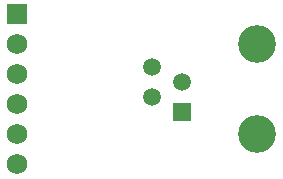
<source format=gbs>
G04 (created by PCBNEW (22-Jun-2014 BZR 4027)-stable) date Wed 04 Apr 2018 03:10:39 AM CDT*
%MOIN*%
G04 Gerber Fmt 3.4, Leading zero omitted, Abs format*
%FSLAX34Y34*%
G01*
G70*
G90*
G04 APERTURE LIST*
%ADD10C,0.00590551*%
%ADD11C,0.059*%
%ADD12R,0.059X0.059*%
%ADD13C,0.125984*%
%ADD14R,0.069X0.069*%
%ADD15C,0.069*%
G04 APERTURE END LIST*
G54D10*
G54D11*
X73000Y-44000D03*
X73000Y-43000D03*
G54D12*
X74000Y-44500D03*
G54D11*
X74000Y-43500D03*
G54D13*
X76500Y-42251D03*
X76500Y-45251D03*
G54D14*
X68500Y-41250D03*
G54D15*
X68500Y-42250D03*
X68500Y-43250D03*
X68500Y-44250D03*
X68500Y-45250D03*
X68500Y-46250D03*
M02*

</source>
